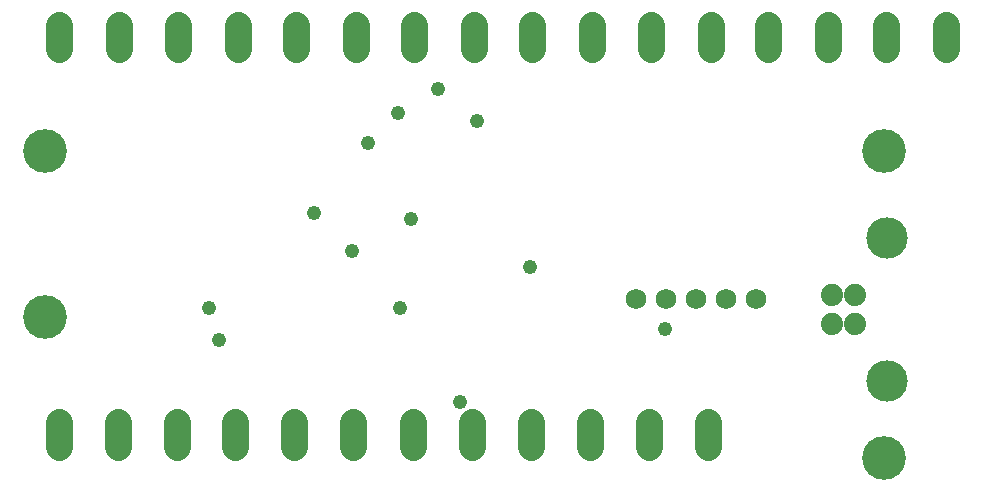
<source format=gbs>
G75*
%MOIN*%
%OFA0B0*%
%FSLAX25Y25*%
%IPPOS*%
%LPD*%
%AMOC8*
5,1,8,0,0,1.08239X$1,22.5*
%
%ADD10C,0.14580*%
%ADD11C,0.07400*%
%ADD12C,0.13800*%
%ADD13C,0.06800*%
%ADD14C,0.09050*%
%ADD15C,0.04800*%
D10*
X0018748Y0073866D03*
X0018748Y0128984D03*
X0298276Y0128984D03*
X0298276Y0026622D03*
D11*
X0288669Y0071346D03*
X0280869Y0071346D03*
X0280869Y0081189D03*
X0288669Y0081189D03*
D12*
X0299369Y0099968D03*
X0299369Y0052568D03*
D13*
X0255638Y0079654D03*
X0245638Y0079654D03*
X0235638Y0079654D03*
X0225638Y0079654D03*
X0215638Y0079654D03*
D14*
X0023276Y0038621D02*
X0023276Y0030371D01*
X0042961Y0030371D02*
X0042961Y0038621D01*
X0062646Y0038621D02*
X0062646Y0030371D01*
X0082016Y0030371D02*
X0082016Y0038621D01*
X0101701Y0038621D02*
X0101701Y0030371D01*
X0121386Y0030371D02*
X0121386Y0038621D01*
X0141228Y0038621D02*
X0141228Y0030371D01*
X0160913Y0030371D02*
X0160913Y0038621D01*
X0180598Y0038621D02*
X0180598Y0030371D01*
X0200441Y0030371D02*
X0200441Y0038621D01*
X0220126Y0038621D02*
X0220126Y0030371D01*
X0239811Y0030371D02*
X0239811Y0038621D01*
X0240520Y0162930D02*
X0240520Y0171180D01*
X0259693Y0171180D02*
X0259693Y0162930D01*
X0279693Y0162930D02*
X0279693Y0171180D01*
X0299063Y0171180D02*
X0299063Y0162930D01*
X0319063Y0162930D02*
X0319063Y0171180D01*
X0220520Y0171180D02*
X0220520Y0162930D01*
X0200953Y0162930D02*
X0200953Y0171180D01*
X0180953Y0171180D02*
X0180953Y0162930D01*
X0161583Y0162930D02*
X0161583Y0171180D01*
X0141583Y0171180D02*
X0141583Y0162930D01*
X0122331Y0162930D02*
X0122331Y0171180D01*
X0102331Y0171180D02*
X0102331Y0162930D01*
X0082882Y0162930D02*
X0082882Y0171180D01*
X0062882Y0171180D02*
X0062882Y0162930D01*
X0043433Y0162930D02*
X0043433Y0171180D01*
X0023433Y0171180D02*
X0023433Y0162930D01*
D15*
X0108300Y0108300D03*
X0120900Y0095700D03*
X0140700Y0106500D03*
X0126300Y0131700D03*
X0136200Y0141600D03*
X0149700Y0149700D03*
X0162646Y0139024D03*
X0180300Y0090300D03*
X0137100Y0076800D03*
X0156900Y0045300D03*
X0225300Y0069600D03*
X0076800Y0066000D03*
X0073200Y0076800D03*
M02*

</source>
